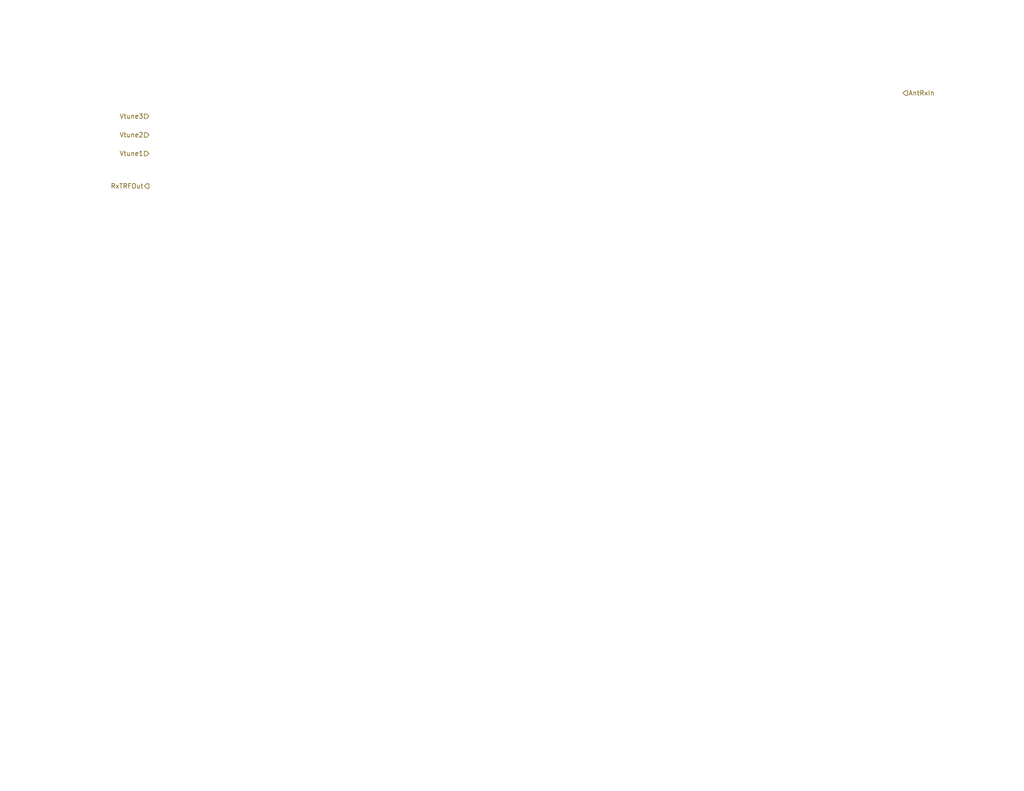
<source format=kicad_sch>
(kicad_sch
	(version 20250114)
	(generator "eeschema")
	(generator_version "9.0")
	(uuid "844612f7-4e5b-4f09-91fa-164b9bc6a296")
	(paper "A")
	(title_block
		(title "USB SSB Transciever overview")
		(date "2025-03-23")
		(company "SoftShack")
		(comment 1 "Alan Mimms")
		(comment 2 "WB7NAB")
	)
	(lib_symbols)
	(hierarchical_label "Vtune3"
		(shape input)
		(at 40.64 31.75 180)
		(effects
			(font
				(size 1.27 1.27)
			)
			(justify right)
		)
		(uuid "0033d284-af9f-4d14-ac71-8c02e2312823")
	)
	(hierarchical_label "Vtune1"
		(shape input)
		(at 40.64 41.91 180)
		(effects
			(font
				(size 1.27 1.27)
			)
			(justify right)
		)
		(uuid "4df135a0-d2b1-4760-b1b3-6f513c24f6d9")
	)
	(hierarchical_label "Vtune2"
		(shape input)
		(at 40.64 36.83 180)
		(effects
			(font
				(size 1.27 1.27)
			)
			(justify right)
		)
		(uuid "947eb91b-8d29-4f1f-8d92-fa51d082b53f")
	)
	(hierarchical_label "RxTRFOut"
		(shape output)
		(at 40.64 50.8 180)
		(effects
			(font
				(size 1.27 1.27)
			)
			(justify right)
		)
		(uuid "d773d1d6-53fa-4024-a3ab-73e1075cf1a5")
	)
	(hierarchical_label "AntRxIn"
		(shape input)
		(at 246.38 25.4 0)
		(effects
			(font
				(size 1.27 1.27)
			)
			(justify left)
		)
		(uuid "de088005-f19f-4ad5-9ed4-928f5b05281c")
	)
)

</source>
